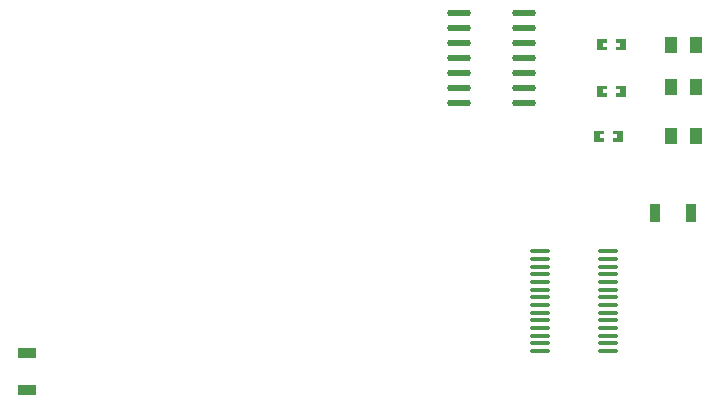
<source format=gtp>
G04 Layer: TopPasteMaskLayer*
G04 EasyEDA v6.5.22, 2022-12-01 15:05:32*
G04 f9cf6ae4047b4148b17f980a7d3d99a3,3377a35bda5640eaacad09db658d017c,10*
G04 Gerber Generator version 0.2*
G04 Scale: 100 percent, Rotated: No, Reflected: No *
G04 Dimensions in inches *
G04 leading zeros omitted , absolute positions ,3 integer and 6 decimal *
%FSLAX36Y36*%
%MOIN*%

%ADD10R,0.0354X0.0630*%
%ADD11O,0.080236X0.022597999999999997*%
%ADD12O,0.06816900000000001X0.013504*%
%ADD13R,0.0630X0.0354*%
%ADD14R,0.0394X0.0551*%

%LPD*%
G36*
X2340560Y1027720D02*
G01*
X2338580Y1025740D01*
X2338580Y1016780D01*
X2353140Y1016780D01*
X2353140Y1003780D01*
X2338580Y1003780D01*
X2338580Y994260D01*
X2340560Y992280D01*
X2372040Y992280D01*
X2374020Y994260D01*
X2374020Y1025740D01*
X2372040Y1027720D01*
G37*
G36*
X2277960Y1027720D02*
G01*
X2275980Y1025740D01*
X2275980Y994260D01*
X2277960Y992280D01*
X2309060Y992280D01*
X2311020Y994260D01*
X2311020Y1003780D01*
X2296060Y1003780D01*
X2296060Y1016780D01*
X2311020Y1016780D01*
X2311020Y1025740D01*
X2309060Y1027720D01*
G37*
G36*
X2350560Y1177720D02*
G01*
X2348580Y1175740D01*
X2348580Y1166780D01*
X2363140Y1166780D01*
X2363140Y1153780D01*
X2348580Y1153780D01*
X2348580Y1144260D01*
X2350560Y1142280D01*
X2382040Y1142280D01*
X2384020Y1144260D01*
X2384020Y1175740D01*
X2382040Y1177720D01*
G37*
G36*
X2287960Y1177720D02*
G01*
X2285980Y1175740D01*
X2285980Y1144260D01*
X2287960Y1142280D01*
X2319060Y1142280D01*
X2321020Y1144260D01*
X2321020Y1153780D01*
X2306060Y1153780D01*
X2306060Y1166780D01*
X2321020Y1166780D01*
X2321020Y1175740D01*
X2319060Y1177720D01*
G37*
G36*
X2350560Y1332720D02*
G01*
X2348580Y1330740D01*
X2348580Y1321780D01*
X2363140Y1321780D01*
X2363140Y1308779D01*
X2348580Y1308779D01*
X2348580Y1299259D01*
X2350560Y1297280D01*
X2382040Y1297280D01*
X2384020Y1299259D01*
X2384020Y1330740D01*
X2382040Y1332720D01*
G37*
G36*
X2287960Y1332720D02*
G01*
X2285980Y1330740D01*
X2285980Y1299259D01*
X2287960Y1297280D01*
X2319060Y1297280D01*
X2321020Y1299259D01*
X2321020Y1308779D01*
X2306060Y1308779D01*
X2306060Y1321780D01*
X2321020Y1321780D01*
X2321020Y1330740D01*
X2319060Y1332720D01*
G37*
D10*
G01*
X2478980Y755000D03*
G01*
X2601019Y755000D03*
D11*
G01*
X1825979Y1420000D03*
G01*
X1825979Y1370000D03*
G01*
X1825979Y1320000D03*
G01*
X1825979Y1270000D03*
G01*
X1825979Y1220000D03*
G01*
X1825979Y1170000D03*
G01*
X1825979Y1120000D03*
G01*
X2044020Y1420000D03*
G01*
X2044020Y1370000D03*
G01*
X2044020Y1320000D03*
G01*
X2044020Y1270000D03*
G01*
X2044020Y1220000D03*
G01*
X2044020Y1170000D03*
G01*
X2044020Y1120000D03*
D12*
G01*
X2322830Y293659D03*
G01*
X2322830Y319250D03*
G01*
X2322830Y344839D03*
G01*
X2322830Y370430D03*
G01*
X2322830Y396019D03*
G01*
X2322830Y421610D03*
G01*
X2322830Y447210D03*
G01*
X2322830Y472800D03*
G01*
X2322830Y498389D03*
G01*
X2322830Y523980D03*
G01*
X2322830Y549569D03*
G01*
X2322830Y575160D03*
G01*
X2322830Y600749D03*
G01*
X2322830Y626340D03*
G01*
X2097179Y293659D03*
G01*
X2097179Y319250D03*
G01*
X2097179Y344839D03*
G01*
X2097179Y370430D03*
G01*
X2097179Y396019D03*
G01*
X2097179Y421610D03*
G01*
X2097179Y447210D03*
G01*
X2097179Y472800D03*
G01*
X2097179Y498389D03*
G01*
X2097179Y523980D03*
G01*
X2097179Y549569D03*
G01*
X2097179Y575160D03*
G01*
X2097179Y600749D03*
G01*
X2097179Y626340D03*
D13*
G01*
X385000Y286019D03*
G01*
X385000Y163980D03*
D14*
G01*
X2616350Y1010000D03*
G01*
X2533649Y1010000D03*
G01*
X2616350Y1175000D03*
G01*
X2533649Y1175000D03*
G01*
X2616350Y1315000D03*
G01*
X2533649Y1315000D03*
M02*

</source>
